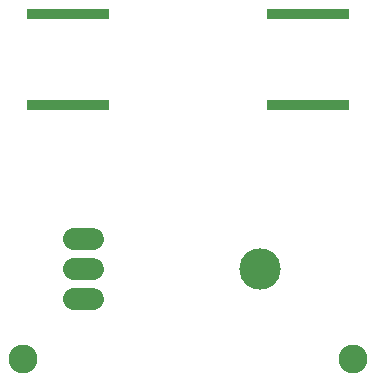
<source format=gts>
G75*
G70*
%OFA0B0*%
%FSLAX24Y24*%
%IPPOS*%
%LPD*%
%AMOC8*
5,1,8,0,0,1.08239X$1,22.5*
%
%ADD10R,0.2757X0.0356*%
%ADD11C,0.0720*%
%ADD12C,0.1380*%
%ADD13C,0.0966*%
D10*
X003762Y010246D03*
X003762Y013278D03*
X011762Y013278D03*
X011762Y010246D03*
D11*
X004582Y005762D02*
X003942Y005762D01*
X003942Y004762D02*
X004582Y004762D01*
X004582Y003762D02*
X003942Y003762D01*
D12*
X010162Y004762D03*
D13*
X002262Y001762D03*
X013262Y001762D03*
M02*

</source>
